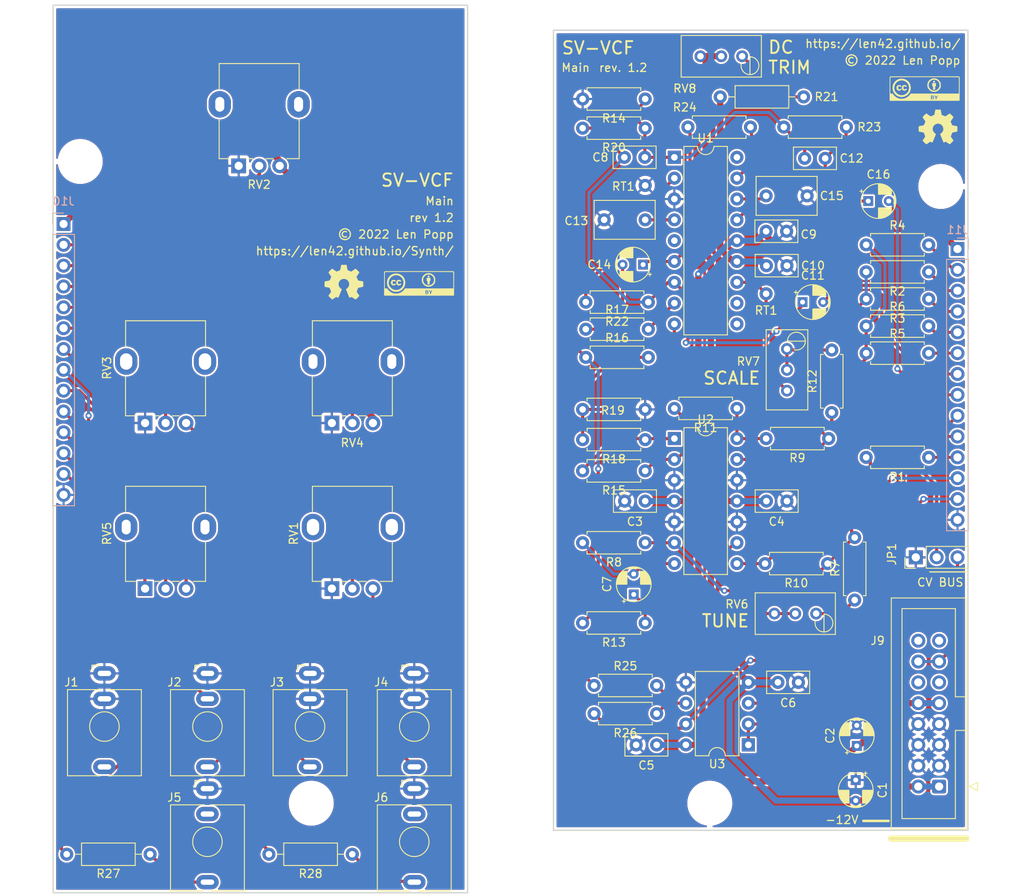
<source format=kicad_pcb>
(kicad_pcb (version 20211014) (generator pcbnew)
  (title_block (title "Eurorack State-Variable Filter") (date "2022-11-23") (rev "1.2") (company "Len Popp") (comment 1 "Copyright © 2022 Len Popp CC BY") (comment 2 "Board settings comply with requirements of OSH Park https://oshpark.com/") (comment 3 "CEM3320 state-variable VCF module - Eurorack 10HP"))
  (layers (0 "F.Cu" signal) (31 "B.Cu" signal) (36 "B.SilkS" user "B.Silkscreen") (37 "F.SilkS" user "F.Silkscreen") (38 "B.Mask" user) (39 "F.Mask" user) (44 "Edge.Cuts" user))
  (net 0 "")
  (net 1 "+12V")
  (net 2 "GND")
  (net 3 "-12V")
  (net 4 "Net-(C7-Pad1)")
  (net 5 "Net-(C7-Pad2)")
  (net 6 "Net-(C11-Pad1)")
  (net 7 "Net-(C12-Pad1)")
  (net 8 "/VEE-U1")
  (net 9 "OUT-HP")
  (net 10 "Net-(C12-Pad2)")
  (net 11 "Net-(C13-Pad1)")
  (net 12 "Net-(C14-Pad1)")
  (net 13 "Net-(C14-Pad2)")
  (net 14 "Net-(C15-Pad1)")
  (net 15 "OUT-LP")
  (net 16 "IN-AUDIO")
  (net 17 "CV-FREQ-1VOCT")
  (net 18 "IN-CV-BUS")
  (net 19 "Net-(J3-PadT)")
  (net 20 "Net-(J4-PadT)")
  (net 22 "OUT-AUDIO-LP-HP")
  (net 24 "OUT-AUDIO-BP")
  (net 25 "Net-(J9-Pad13)")
  (net 28 "CV-FREQ-POT")
  (net 29 "CV-FREQ-MOD")
  (net 30 "CV-RES-POT")
  (net 31 "CV-RES-MOD")
  (net 32 "OUT-LP-HP")
  (net 33 "Net-(R1-Pad2)")
  (net 34 "Net-(R2-Pad2)")
  (net 35 "Net-(R10-Pad1)")
  (net 36 "Net-(R7-Pad1)")
  (net 37 "Net-(R11-Pad1)")
  (net 38 "Net-(R10-Pad2)")
  (net 39 "Net-(R11-Pad2)")
  (net 40 "Net-(R12-Pad2)")
  (net 41 "Net-(R15-Pad2)")
  (net 42 "Net-(R17-Pad2)")
  (net 43 "Net-(R18-Pad2)")
  (net 44 "Net-(R21-Pad2)")
  (net 45 "Net-(R22-Pad2)")
  (net 46 "Net-(R24-Pad2)")
  (net 47 "Net-(R25-Pad2)")
  (net 54 "Net-(J5-PadT)")
  (net 55 "Net-(J6-PadT)")
  (net 56 "Net-(H12-Pad1)")
  (footprint "-lmp-misc:CP_Radial_D4.0mm_P2.50mm" (layer "F.Cu") (at 198.247 125.857 90)
    (fp_text reference "C2")
    (fp_text value "10U")
  )
  (footprint "-lmp-misc:CP_Radial_D4.0mm_P2.50mm" (layer "F.Cu") (at 198.12 130.0158 -90)
    (fp_text reference "C1")
    (fp_text value "10U")
  )
  (footprint "-lmp-synth:Jack_3.5mm_QingPu_WQP-PJ398SM_Vertical" (layer "F.Cu") (at 106.58 117.0178)
    (fp_text reference "J1")
    (fp_text value "WQP-PJ398")
  )
  (footprint "-lmp-synth:Potentiometer_Alpha_RD901F-40-00D_Single_Vertical" (layer "F.Cu") (at 122.936 55.144 90)
    (fp_text reference "RV2")
    (fp_text value "100K")
  )
  (footprint "-lmp-synth:Potentiometer_Alpha_RD901F-40-00D_Single_Vertical" (layer "F.Cu") (at 134.29 86.497 90)
    (fp_text reference "RV4")
    (fp_text value "100K")
  )
  (footprint "-lmp-synth:Potentiometer_SongHuei_Single_Vertical" (layer "F.Cu") (at 111.53225 86.497 90)
    (fp_text reference "RV3")
    (fp_text value "100K")
  )
  (footprint "-lmp-synth:Potentiometer_SongHuei_Single_Vertical" (layer "F.Cu") (at 134.29 106.68 90)
    (fp_text reference "RV1")
    (fp_text value "100K")
  )
  (footprint "-lmp-misc:Logo_CC_BY" (layer "F.Cu") (at 206.502 45.72)
    (fp_text reference "G2" hide)
    (fp_text value "Logo_CC_BY" hide)
  )
  (footprint "-lmp-synth:IDC-Header-Eurorack-16-TH" (layer "F.Cu") (at 208.28 130.81 180)
    (fp_text reference "J9")
    (fp_text value "Conn_Eurorack_16")
  )
  (footprint "-lmp-misc:PinHeader_1x03_P2.54mm_Vertical" (layer "F.Cu") (at 205.440001 102.87 90)
    (fp_text reference "JP1")
    (fp_text value "CV-BUS")
  )
  (footprint "-lmp-synth:Jack_3.5mm_QingPu_WQP-PJ398SM_Vertical" (layer "F.Cu") (at 119.13 117.0178)
    (fp_text reference "J2")
    (fp_text value "WQP-PJ398")
  )
  (footprint "-lmp-misc:Logo_OSHW" (layer "F.Cu") (at 208.153 50.419)
    (fp_text reference "G4" hide)
    (fp_text value "Logo_OSHW" hide)
  )
  (footprint "-lmp-synth:Jack_3.5mm_QingPu_WQP-PJ398SM_Vertical" (layer "F.Cu") (at 131.63 117.0178)
    (fp_text reference "J3")
    (fp_text value "WQP-PJ398")
  )
  (footprint "-lmp-synth:Jack_3.5mm_QingPu_WQP-PJ398SM_Vertical" (layer "F.Cu") (at 144.33 117.0178)
    (fp_text reference "J4")
    (fp_text value "WQP-PJ398")
  )
  (footprint "-lmp-misc:C_Disc_D5.0mm_W2.5mm_P2.50mm" (layer "F.Cu") (at 189.738 96.012 180)
    (fp_text reference "C4")
    (fp_text value "100N")
  )
  (footprint "-lmp-misc:C_Disc_D5.0mm_W2.5mm_P2.50mm" (layer "F.Cu") (at 191.135 118.11 180)
    (fp_text reference "C6")
    (fp_text value "100N")
  )
  (footprint "-lmp-misc:R_Axial_DIN0207_L6.3mm_D2.5mm_P7.62mm_Horizontal" (layer "F.Cu") (at 172.466 88.519 180)
    (fp_text reference "R18")
    (fp_text value "100K")
  )
  (footprint "-lmp-misc:C_Disc_D5.0mm_W2.5mm_P2.50mm" (layer "F.Cu") (at 191.897 54.229)
    (fp_text reference "C12")
    (fp_text value "18P")
  )
  (footprint "-lmp-holes:MountingHole_PCB_3.2mm_M3" (layer "F.Cu") (at 208.488 57.658)
    (fp_text reference "H4" hide)
    (fp_text value "MountingHole_M3")
  )
  (footprint "-lmp-misc:C_Disc_D5.0mm_W2.5mm_P2.50mm" (layer "F.Cu") (at 172.466 96.012 180)
    (fp_text reference "C3")
    (fp_text value "100N")
  )
  (footprint "-lmp-misc:CP_Radial_D4.0mm_P2.50mm" (layer "F.Cu") (at 172.212 67.183 180)
    (fp_text reference "C14")
    (fp_text value "4U7")
  )
  (footprint "-lmp-misc:R_Axial_DIN0207_L6.3mm_D2.5mm_P7.62mm_Horizontal" (layer "F.Cu") (at 199.39 64.77)
    (fp_text reference "R4")
    (fp_text value "120K")
  )
  (footprint "-lmp-misc:R_Axial_DIN0207_L6.3mm_D2.5mm_P7.62mm_Horizontal" (layer "F.Cu") (at 177.673 50.419)
    (fp_text reference "R24")
    (fp_text value "100K")
  )
  (footprint "Package_DIP:DIP-14_W7.62mm" (layer "F.Cu") (at 176.022 88.392)
    (fp_text reference "U2")
    (fp_text value "TL074")
  )
  (footprint "-lmp-misc:R_Axial_DIN0207_L6.3mm_D2.5mm_P10.16mm_Horizontal" (layer "F.Cu") (at 181.61 46.736)
    (fp_text reference "R21")
    (fp_text value "680R")
  )
  (footprint "-lmp-holes:WireHole_D0.8mm_OD1.6mm" (layer "F.Cu") (at 172.466 57.531)
    (fp_text reference "H13" hide)
    (fp_text value "WireHole_PTH")
  )
  (footprint "-lmp-misc:R_Axial_DIN0207_L6.3mm_D2.5mm_P7.62mm_Horizontal" (layer "F.Cu") (at 207.01 68.072 180)
    (fp_text reference "R2")
    (fp_text value "240K")
  )
  (footprint "-lmp-misc:C_Disc_D5.0mm_W2.5mm_P2.50mm" (layer "F.Cu") (at 173.863 125.73 180)
    (fp_text reference "C5")
    (fp_text value "100N")
  )
  (footprint "-lmp-misc:R_Axial_DIN0207_L6.3mm_D2.5mm_P7.62mm_Horizontal" (layer "F.Cu") (at 195.199 85.217 90)
    (fp_text reference "R12")
    (fp_text value "49K9")
  )
  (footprint "-lmp-misc:R_Axial_DIN0207_L6.3mm_D2.5mm_P7.62mm_Horizontal" (layer "F.Cu") (at 199.39 74.676)
    (fp_text reference "R6")
    (fp_text value "100K")
  )
  (footprint "-lmp-misc:R_Axial_DIN0207_L6.3mm_D2.5mm_P7.62mm_Horizontal" (layer "F.Cu") (at 165.227 75.057)
    (fp_text reference "R17")
    (fp_text value "220K")
  )
  (footprint "-lmp-synth:Potentiometer_Bourns_3296W_Vertical" (layer "F.Cu") (at 189.738 77.47 90)
    (fp_text reference "RV7")
    (fp_text value "10K")
  )
  (footprint "-lmp-misc:R_Axial_DIN0207_L6.3mm_D2.5mm_P7.62mm_Horizontal" (layer "F.Cu") (at 173.863 121.92 180)
    (fp_text reference "R26")
    (fp_text value "100K")
  )
  (footprint "-lmp-misc:CP_Radial_D4.0mm_P2.50mm" (layer "F.Cu") (at 199.644 59.436)
    (fp_text reference "C16")
    (fp_text value "4U7")
  )
  (footprint "-lmp-misc:C_Disc_D5.0mm_W2.5mm_P2.50mm" (layer "F.Cu") (at 189.738 67.31 180)
    (fp_text reference "C10")
    (fp_text value "100N")
  )
  (footprint "-lmp-misc:R_Axial_DIN0207_L6.3mm_D2.5mm_P7.62mm_Horizontal" (layer "F.Cu") (at 165.227 78.486)
    (fp_text reference "R16")
    (fp_text value "240K")
  )
  (footprint "Package_DIP:DIP-18_W7.62mm" (layer "F.Cu") (at 176.022 54.102)
    (fp_text reference "U1")
    (fp_text value "CEM3320")
  )
  (footprint "-lmp-misc:R_Axial_DIN0207_L6.3mm_D2.5mm_P7.62mm_Horizontal" (layer "F.Cu") (at 197.993 108.077 90)
    (fp_text reference "R7")
    (fp_text value "130K")
  )
  (footprint "-lmp-misc:R_Axial_DIN0207_L6.3mm_D2.5mm_P7.62mm_Horizontal" (layer "F.Cu") (at 172.847 71.755 180)
    (fp_text reference "R22")
    (fp_text value "100K")
  )
  (footprint "-lmp-misc:R_Axial_DIN0207_L6.3mm_D2.5mm_P7.62mm_Horizontal" (layer "F.Cu") (at 194.818 88.392 180)
    (fp_text reference "R9")
    (fp_text value "100K")
  )
  (footprint "-lmp-misc:C_Rect_L7.2mm_W4.5mm_P5.00mm" (layer "F.Cu") (at 172.466 61.722 180)
    (fp_text reference "C13")
    (fp_text value "150P")
  )
  (footprint "-lmp-misc:R_Axial_DIN0207_L6.3mm_D2.5mm_P7.62mm_Horizontal" (layer "F.Cu") (at 172.466 110.871 180)
    (fp_text reference "R13")
    (fp_text value "91K")
  )
  (footprint "-lmp-misc:R_Axial_DIN0207_L6.3mm_D2.5mm_P7.62mm_Horizontal" (layer "F.Cu") (at 164.846 84.836)
    (fp_text reference "R19")
    (fp_text value "2M61")
  )
  (footprint "-lmp-synth:Jack_3.5mm_QingPu_WQP-PJ398SM_Vertical" (layer "F.Cu") (at 119.13 131.064)
    (fp_text reference "J5")
    (fp_text value "WQP-PJ398")
  )
  (footprint "-lmp-misc:R_Axial_DIN0207_L6.3mm_D2.5mm_P10.16mm_Horizontal" (layer "F.Cu") (at 112.141 139.065 180)
    (fp_text reference "R27")
    (fp_text value "1K")
  )
  (footprint "-lmp-misc:R_Axial_DIN0207_L6.3mm_D2.5mm_P7.62mm_Horizontal" (layer "F.Cu") (at 194.691 103.632 180)
    (fp_text reference "R10")
    (fp_text value "100K")
  )
  (footprint "Package_DIP:DIP-8_W7.62mm" (layer "F.Cu") (at 185.039 125.73 180)
    (fp_text reference "U3")
    (fp_text value "TL072")
  )
  (footprint "-lmp-misc:C_Rect_L7.2mm_W4.5mm_P5.00mm" (layer "F.Cu") (at 187.198 58.801)
    (fp_text reference "C15")
    (fp_text value "150P")
  )
  (footprint "-lmp-misc:R_Axial_DIN0207_L6.3mm_D2.5mm_P7.62mm_Horizontal" (layer "F.Cu") (at 172.466 46.99 180)
    (fp_text reference "R14")
    (fp_text value "200K")
  )
  (footprint "-lmp-misc:Logo_OSHW" (layer "F.Cu") (at 135.763 69.342)
    (fp_text reference "G3" hide)
    (fp_text value "Logo_OSHW" hide)
  )
  (footprint "-lmp-misc:CP_Radial_D4.0mm_P2.50mm" (layer "F.Cu") (at 191.643 71.755)
    (fp_text reference "C11")
    (fp_text value "4U7")
  )
  (footprint "-lmp-misc:C_Disc_D5.0mm_W2.5mm_P2.50mm" (layer "F.Cu") (at 172.426 54.102 180)
    (fp_text reference "C8")
    (fp_text value "10P")
  )
  (footprint "-lmp-misc:CP_Radial_D4.0mm_P2.50mm" (layer "F.Cu") (at 171.069 107.3946 90)
    (fp_text reference "C7")
    (fp_text value "4U7")
  )
  (footprint "-lmp-misc:Logo_CC_BY" (layer "F.Cu") (at 144.907 69.469)
    (fp_text reference "G1" hide)
    (fp_text value "Logo_CC_BY" hide)
  )
  (footprint "-lmp-misc:R_Axial_DIN0207_L6.3mm_D2.5mm_P7.62mm_Horizontal" (layer "F.Cu") (at 189.357 50.419)
    (fp_text reference "R23")
    (fp_text value "91K")
  )
  (footprint "-lmp-misc:R_Axial_DIN0207_L6.3mm_D2.5mm_P10.16mm_Horizontal" (layer "F.Cu") (at 136.779 139.065 180)
    (fp_text reference "R28")
    (fp_text value "1K")
  )
  (footprint "-lmp-holes:WireHole_D0.8mm_OD1.6mm" (layer "F.Cu") (at 187.198 70.739)
    (fp_text reference "H12" hide)
    (fp_text value "WireHole_PTH")
  )
  (footprint "-lmp-synth:Potentiometer_Bourns_3296W_Vertical" (layer "F.Cu") (at 193.294 109.728)
    (fp_text reference "RV6")
    (fp_text value "25K")
  )
  (footprint "-lmp-synth:Potentiometer_Alpha_RD901F-40-00D_Single_Vertical" (layer "F.Cu") (at 111.53225 106.68 90)
    (fp_text reference "RV5")
    (fp_text value "100K")
  )
  (footprint "-lmp-holes:MountingHole_PCB_3.2mm_M3" (layer "F.Cu") (at 180.34 132.842)
    (fp_text reference "H3" hide)
    (fp_text value "MountingHole_M3")
  )
  (footprint "-lmp-synth:Jack_3.5mm_QingPu_WQP-PJ398SM_Vertical" (layer "F.Cu") (at 144.33 131.064)
    (fp_text reference "J6")
    (fp_text value "WQP-PJ398")
  )
  (footprint "-lmp-holes:MountingHole_PCB_3.2mm_M3" (layer "F.Cu") (at 131.78 132.842)
    (fp_text reference "H2" hide)
    (fp_text value "MountingHole_M3")
  )
  (footprint "-lmp-misc:R_Axial_DIN0207_L6.3mm_D2.5mm_P7.62mm_Horizontal" (layer "F.Cu") (at 183.642 84.709 180)
    (fp_text reference "R11")
    (fp_text value "100K")
  )
  (footprint "-lmp-synth:Potentiometer_Bourns_3296W_Vertical" (layer "F.Cu") (at 184.277 41.783)
    (fp_text reference "RV8")
    (fp_text value "2K")
  )
  (footprint "-lmp-misc:R_Axial_DIN0207_L6.3mm_D2.5mm_P7.62mm_Horizontal" (layer "F.Cu") (at 207.01 90.678 180)
    (fp_text reference "R1")
    (fp_text value "100K")
  )
  (footprint "-lmp-misc:R_Axial_DIN0207_L6.3mm_D2.5mm_P7.62mm_Horizontal" (layer "F.Cu") (at 166.243 118.491)
    (fp_text reference "R25")
    (fp_text value "100K")
  )
  (footprint "-lmp-misc:C_Disc_D5.0mm_W2.5mm_P2.50mm" (layer "F.Cu") (at 187.198 63.119)
    (fp_text reference "C9")
    (fp_text value "100N")
  )
  (footprint "-lmp-misc:R_Axial_DIN0207_L6.3mm_D2.5mm_P7.62mm_Horizontal" (layer "F.Cu") (at 172.466 50.546 180)
    (fp_text reference "R20")
    (fp_text value "100K")
  )
  (footprint "-lmp-misc:R_Axial_DIN0207_L6.3mm_D2.5mm_P7.62mm_Horizontal" (layer "F.Cu") (at 207.01 71.374 180)
    (fp_text reference "R3")
    (fp_text value "200K")
  )
  (footprint "-lmp-misc:R_Axial_DIN0207_L6.3mm_D2.5mm_P7.62mm_Horizontal" (layer "F.Cu") (at 172.466 92.329 180)
    (fp_text reference "R15")
    (fp_text value "100K")
  )
  (footprint "-lmp-misc:R_Axial_DIN0207_L6.3mm_D2.5mm_P7.62mm_Horizontal" (layer "F.Cu") (at 172.466 101.092 180)
    (fp_text reference "R8")
    (fp_text value "100K")
  )
  (footprint "-lmp-misc:R_Axial_DIN0207_L6.3mm_D2.5mm_P7.62mm_Horizontal" (layer "F.Cu") (at 199.39 77.978)
    (fp_text reference "R5")
    (fp_text value "100K")
  )
  (footprint "-lmp-holes:MountingHole_PCB_3.2mm_M3" (layer "F.Cu") (at 103.632 54.61)
    (fp_text reference "H1" hide)
    (fp_text value "MountingHole_M3")
  )
  (footprint "Connector_PinSocket_2.54mm:PinSocket_1x14_P2.54mm_Vertical" (layer "B.Cu") (at 101.6 62.23 180)
    (fp_text reference "J10")
    (fp_text value "Conn_Front_Left_Top")
  )
  (footprint "Connector_PinHeader_2.54mm:PinHeader_1x14_P2.54mm_Vertical" (layer "B.Cu") (at 210.52 65.278 180)
    (fp_text reference "J11")
    (fp_text value "Conn_Back_Right_Top")
  )
  (gr_line (start 211.582 104.648) (end 207.137 104.648) (layer "F.SilkS") (width 0.1524))
  (gr_line (start 202.123396 135.001) (end 199.049996 135.001) (layer "F.SilkS") (width 0.3048))
  (gr_line (start 161.29 136.144) (end 161.29 38.608) (layer "Edge.Cuts") (width 0.1524))
  (gr_line (start 161.29 38.608) (end 211.79 38.608) (layer "Edge.Cuts") (width 0.1524))
  (gr_line (start 150.83 35.56) (end 150.83 143.764) (layer "Edge.Cuts") (width 0.1524))
  (gr_line (start 150.83 143.764) (end 100.33 143.764) (layer "Edge.Cuts") (width 0.1524))
  (gr_line (start 100.33 35.56) (end 150.83 35.56) (layer "Edge.Cuts") (width 0.1524))
  (gr_line (start 211.79 136.144) (end 161.29 136.144) (layer "Edge.Cuts") (width 0.1524))
  (gr_line (start 211.79 38.608) (end 211.79 136.144) (layer "Edge.Cuts") (width 0.1524))
  (gr_line (start 100.33 143.764) (end 100.33 35.56) (layer "Edge.Cuts") (width 0.1524))
  (gr_text "© 2022 Len Popp" (at 210.947 42.291) (layer "F.SilkS") (effects (font (size 1 1)) (justify right)))
  (gr_text "-12V" (at 198.541996 134.874) (layer "F.SilkS") (effects (font (size 1 1)) (justify right)))
  (gr_text "SV-VCF" (at 162.179 40.767) (layer "F.SilkS") (effects (font (size 1.524 1.524) (thickness 0.2286)) (justify left)))
  (gr_text "https://len42.github.io/Synth/" (at 149.225 65.532) (layer "F.SilkS") (effects (font (size 1.016 1.016) (thickness 0.1524)) (justify right)))
  (gr_text "https://len42.github.io/" (at 210.947 40.259) (layer "F.SilkS") (effects (font (size 1.016 1.016) (thickness 0.1524)) (justify right)))
  (gr_text "rev ${REVISION}" (at 149.225 61.468) (layer "F.SilkS") (effects (font (size 1 1)) (justify right)))
  (gr_text "CV BUS" (at 211.328 105.918) (layer "F.SilkS") (effects (font (size 1 1)) (justify right)))
  (gr_text "© 2022 Len Popp" (at 149.225 63.5) (layer "F.SilkS") (effects (font (size 1 1)) (justify right)))
  (gr_text "rev. ${REVISION}" (at 166.751 43.18) (layer "F.SilkS") (effects (font (size 1 1)) (justify left)))
  (gr_text "SV-VCF" (at 149.225 56.896) (layer "F.SilkS") (effects (font (size 1.524 1.524) (thickness 0.2286)) (justify right)))
  (gr_text "Main" (at 149.225 59.436) (layer "F.SilkS") (effects (font (size 1 1)) (justify right)))
  (gr_text "RT1" (at 169.799 57.658) (layer "F.SilkS") (effects (font (size 1.016 1.016) (thickness 0.1524))))
  (gr_text "SCALE" (at 183.007 81.026) (layer "F.SilkS") (effects (font (size 1.524 1.524) (thickness 0.2286))))
  (gr_text "RT1" (at 187.198 72.771) (layer "F.SilkS") (effects (font (size 1.016 1.016) (thickness 0.1524))))
  (gr_text "DC\nTRIM" (at 187.325 41.91) (layer "F.SilkS") (effects (font (size 1.524 1.524) (thickness 0.2286)) (justify left)))
  (gr_text "Main" (at 162.179 43.18) (layer "F.SilkS") (effects (font (size 1 1)) (justify left)))
  (gr_text "TUNE" (at 182.245 110.617) (layer "F.SilkS") (effects (font (size 1.524 1.524) (thickness 0.2286))))
  (segment (start 198.247 125.857) (end 198.501 125.857) (width 0.762) (layer "F.Cu") (net 1))
  (segment (start 187.198 63.119) (end 187.198 63.627) (width 0.762) (layer "F.Cu") (net 1))
  (segment (start 193.929 130.175) (end 191.389 130.175) (width 0.762) (layer "F.Cu") (net 1))
  (segment (start 183.896 130.175) (end 187.325 130.175) (width 0.762) (layer "F.Cu") (net 1))
  (segment (start 176.022 96.012) (end 178.943 96.012) (width 0.762) (layer "F.Cu") (net 1))
  (segment (start 127.936 55.144) (end 127.936 54.53) (width 0.762) (layer "F.Cu") (net 1))
  (segment (start 187.325 130.175) (end 191.389 130.175) (width 0.762) (layer "F.Cu") (net 1))
  (segment (start 138.43 65.638) (end 138.43 84.963) (width 0.762) (layer "F.Cu") (net 1))
  (segment (start 198.247 125.857) (end 193.929 130.175) (width 0.762) (layer "F.Cu") (net 1))
  (segment (start 208.107 62.865) (end 210.52 65.278) (width 0.762) (layer "F.Cu") (net 1))
  (segment (start 127.936 54.53) (end 126.238 52.832) (width 0.762) (layer "F.Cu") (net 1))
  (segment (start 110.998 52.832) (end 101.6 62.23) (width 0.762) (layer "F.Cu") (net 1))
  (segment (start 177.419 125.73) (end 179.451 125.73) (width 0.762) (layer "F.Cu") (net 1))
  (segment (start 126.238 52.832) (end 110.998 52.832) (width 0.762) (layer "F.Cu") (net 1))
  (segment (start 139.29 85.823) (end 139.29 86.497) (width 0.762) (layer "F.Cu") (net 1))
  (segment (start 138.43 84.963) (end 139.29 85.823) (width 0.762) (layer "F.Cu") (net 1))
  (segment (start 127.936 55.144) (end 138.43 65.638) (width 0.762) (layer "F.Cu") (net 1))
  (segment (start 179.451 125.73) (end 183.896 130.175) (width 0.762) (layer "F.Cu") (net 1))
  (segment (start 187.198 63.627) (end 188.722 65.151) (width 0.762) (layer "F.Cu") (net 1))
  (segment (start 179.451 116.84) (end 179.451 125.603) (width 0.762) (layer "F.Cu") (net 1))
  (segment (start 194.564 62.865) (end 208.107 62.865) (width 0.762) (layer "F.Cu") (net 1))
  (segment (start 198.501 125.857) (end 203.708 120.65) (width 0.762) (layer "F.Cu") (net 1))
  (segment (start 179.451 116.84) (end 178.943 116.332) (width 0.762) (layer "F.Cu") (net 1))
  (segment (start 188.722 65.151) (end 192.278 65.151) (width 0.762) (layer "F.Cu") (net 1))
  (segment (start 203.708 120.65) (end 205.74 120.65) (width 0.762) (layer "F.Cu") (net 1))
  (segment (start 192.278 65.151) (end 194.564 62.865) (width 0.762) (layer "F.Cu") (net 1))
  (segment (start 178.943 68.326) (end 178.943 116.459) (width 0.762) (layer "F.Cu") (net 1))
  (via (at 178.943 68.326) (size 0.762) (drill 0.381) (layers "F.Cu" "B.Cu") (net 1))
  (segment (start 208.28 120.65) (end 205.74 120.65) (width 0.762) (layer "B.Cu") (net 1))
  (segment (start 183.642 64.262) (end 186.055 64.262) (width 0.762) (layer "B.Cu") (net 1))
  (segment (start 183.007 64.262) (end 183.642 64.262) (width 0.762) (layer "B.Cu") (net 1))
  (segment (start 177.419 125.73) (end 173.863 125.73) (width 0.762) (layer "B.Cu") (net 1))
  (segment (start 176.022 96.012) (end 172.466 96.012) (width 0.762) (layer "B.Cu") (net 1))
  (segment (start 178.943 68.326) (end 183.007 64.262) (width 0.762) (layer "B.Cu") (net 1))
  (segment (start 186.055 64.262) (end 187.198 63.119) (width 0.762) (layer "B.Cu") (net 1))
  (segment (start 179.832 65.913) (end 179.832 41.91) (width 0.762) (layer "F.Cu") (net 3))
  (segment (start 180.467 113.538) (end 185.039 118.11) (width 0.762) (layer "F.Cu") (net 3))
  (segment (start 181.737 41.783) (end 179.959 41.783) (width 0.762) (layer "F.Cu") (net 3))
  (segment (start 179.959 41.783) (end 179.197 41.783) (width 0.762) (layer "F.Cu") (net 3))
  (segment (start 198.12 132.5158) (end 199.2082 132.5158) (width 0.762) (layer "F.Cu") (net 3))
  (segment (start 180.467 106.553) (end 180.467 113.538) (width 0.762) (layer "F.Cu") (net 3))
  (segment (start 183.642 96.012) (end 180.975 96.012) (width 0.762) (layer "F.Cu") (net 3))
  (segment (start 179.832 41.91) (end 179.959 41.783) (width 0.762) (layer "F.Cu") (net 3))
  (segment (start 205.74 130.81) (end 200.914 130.81) (width 0.762) (layer "F.Cu") (net 3))
  (segment (start 180.467 66.548) (end 179.832 65.913) (width 0.762) (layer "F.Cu") (net 3))
  (segment (start 199.2082 132.5158) (end 200.914 130.81) (width 0.762) (layer "F.Cu") (net 3))
  (segment (start 180.594 109.728) (end 180.467 109.601) (width 0.762) (layer "F.Cu") (net 3))
  (segment (start 190.754 109.728) (end 180.594 109.728) (width 0.381) (layer "F.Cu") (net 3))
  (segment (start 180.467 93.853) (end 180.467 109.601) (width 0.762) (layer "F.Cu") (net 3))
  (segment (start 180.467 93.853) (end 180.467 66.548) (width 0.762) (layer "F.Cu") (net 3))
  (segment (start 187.238 96.012) (end 183.642 96.012) (width 0.762) (layer "B.Cu") (net 3))
  (segment (start 184.9755 118.11) (end 182.753 120.3325) (width 0.762) (layer "B.Cu") (net 3))
  (segment (start 208.28 130.81) (end 205.74 130.81) (width 0.762) (layer "B.Cu") (net 3))
  (segment (start 185.039 118.11) (end 188.635 118.11) (width 0.762) (layer "B.Cu") (net 3))
  (segment (start 182.753 120.3325) (end 182.753 126.873) (width 0.762) (layer "B.Cu") (net 3))
  (segment (start 182.753 126.873) (end 188.3958 132.5158) (width 0.762) (layer "B.Cu") (net 3))
  (segment (start 188.3958 132.5158) (end 198.12 132.5158) (width 0.762) (layer "B.Cu") (net 3))
  (segment (start 185.039 118.11) (end 184.9755 118.11) (width 0.762) (layer "B.Cu") (net 3))
  (segment (start 172.466 110.871) (end 172.466 108.7916) (width 0.381) (layer "F.Cu") (net 4))
  (segment (start 172.466 108.7916) (end 171.069 107.3946) (width 0.381) (layer "F.Cu") (net 4))
  (segment (start 176.022 103.632) (end 172.3316 103.632) (width 0.381) (layer "F.Cu") (net 5))
  (segment (start 172.3316 103.632) (end 171.069 104.8946) (width 0.381) (layer "F.Cu") (net 5))
  (segment (start 168.6486 104.8946) (end 164.846 101.092) (width 0.381) (layer "B.Cu") (net 5))
  (segment (start 171.069 104.8946) (end 168.6486 104.8946) (width 0.381) (layer "B.Cu") (net 5))
  (segment (start 177.673 70.993) (end 176.022 69.342) (width 0.381) (layer "F.Cu") (net 6))
  (segment (start 177.419 76.708) (end 177.673 76.454) (width 0.381) (layer "F.Cu") (net 6))
  (segment (start 191.643 72.136) (end 191.643 71.755) (width 0.381) (layer "F.Cu") (net 6))
  (segment (start 188.468 75.311) (end 191.643 72.136) (width 0.381) (layer "F.Cu") (net 6))
  (segment (start 164.846 50.546) (end 166.37 50.546) (width 0.381) (layer "F.Cu") (net 6))
  (segment (start 166.37 50.546) (end 169.926 54.102) (width 0.381) (layer "F.Cu") (net 6))
  (segment (start 172.847 71.755) (end 175.26 69.342) (width 0.381) (layer "F.Cu") (net 6))
  (segment (start 175.26 69.342) (end 176.022 69.342) (width 0.381) (layer "F.Cu") (net 6))
  (segment (start 177.673 76.454) (end 177.673 70.993) (width 0.381) (layer "F.Cu") (net 6))
  (via (at 188.468 75.311) (size 0.762) (drill 0.381) (layers "F.Cu" "B.Cu") (net 6))
  (via (at 177.419 76.708) (size 0.762) (drill 0.381) (layers "F.Cu" "B.Cu") (net 6))
  (segment (start 177.419 76.708) (end 187.071 76.708) (width 0.381) (layer "B.Cu") (net 6))
  (segment (start 165.608 66.802) (end 165.608 58.42) (width 0.381) (layer "B.Cu") (net 6))
  (segment (start 170.561 71.755) (end 165.608 66.802) (width 0.381) (layer "B.Cu") (net 6))
  (segment (start 187.071 76.708) (end 188.468 75.311) (width 0.381) (layer "B.Cu") (net 6))
  (segment (start 165.608 58.42) (end 169.926 54.102) (width 0.381) (layer "B.Cu") (net 6))
  (segment (start 172.847 71.755) (end 170.561 71.755) (width 0.381) (layer "B.Cu") (net 6))
  (segment (start 170.815 48.895) (end 172.466 47.244) (width 0.381) (layer "F.Cu") (net 7))
  (segment (start 172.426 54.102) (end 172.426 50.586) (width 0.381) (layer "F.Cu") (net 7))
  (segment (start 191.897 54.229) (end 191.897 52.959) (width 0.381) (layer "F.Cu") (net 7))
  (segment (start 164.084 48.895) (end 170.815 48.895) (width 0.381) (layer "F.Cu") (net 7))
  (segment (start 165.227 78.486) (end 162.433 75.692) (width 0.381) (layer "F.Cu") (net 7))
  (segment (start 164.846 110.871) (end 166.751 108.966) (width 0.381) (layer "F.Cu") (net 7))
  (segment (start 162.433 75.692) (end 162.433 50.546) (width 0.381) (layer "F.Cu") (net 7))
  (segment (start 162.433 50.546) (end 164.084 48.895) (width 0.381) (layer "F.Cu") (net 7))
  (segment (start 191.897 52.959) (end 189.357 50.419) (width 0.381) (layer "F.Cu") (net 7))
  (segment (start 166.751 108.966) (end 166.751 101.092) (width 0.381) (layer "F.Cu") (net 7))
  (segment (start 176.022 54.102) (end 172.426 54.102) (width 0.381) (layer "F.Cu") (net 7))
  (segment (start 170.815 48.895) (end 172.466 50.546) (width 0.381) (layer "F.Cu") (net 7))
  (segment (start 172.466 47.244) (end 172.466 46.99) (width 0.381) (layer "F.Cu") (net 7))
  (segment (start 172.426 50.586) (end 172.466 50.546) (width 0.381) (layer "F.Cu") (net 7))
  (segment (start 166.751 101.092) (end 166.751 92.075) (width 0.381) (layer "F.Cu") (net 7))
  (via (at 166.751 92.075) (size 0.762) (drill 0.381) (layers "F.Cu" "B.Cu") (net 7))
  (segment (start 187.579 48.641) (end 183.388 48.641) (width 0.381) (layer "B.Cu") (net 7))
  (segment (start 166.751 80.01) (end 165.227 78.486) (width 0.381) (layer "B.Cu") (net 7))
  (segment (start 183.388 48.641) (end 177.927 54.102) (width 0.381) (layer "B.Cu") (net 7))
  (segment (start 177.927 54.102) (end 176.022 54.102) (width 0.381) (layer "B.Cu") (net 7))
  (segment (start 189.357 50.419) (end 187.579 48.641) (width 0.381) (layer "B.Cu") (net 7))
  (segment (start 166.751 92.075) (end 166.751 80.01) (width 0.381) (layer "B.Cu") (net 7))
  (segment (start 183.134 66.802) (end 181.61 65.278) (width 0.762) (layer "F.Cu") (net 8))
  (segment (start 183.642 66.802) (end 183.134 66.802) (width 0.762) (layer "F.Cu") (net 8))
  (segment (start 181.61 65.278) (end 181.61 46.736) (width 0.762) (layer "F.Cu") (net 8))
  (segment (start 187.238 67.31) (end 186.73 66.802) (width 0.762) (layer "B.Cu") (net 8))
  (segment (start 186.73 66.802) (end 183.642 66.802) (width 0.762) (layer "B.Cu") (net 8))
  (segment (start 107.696 83.566) (end 107.696 87.503) (width 0.381) (layer "F.Cu") (net 9))
  (segment (start 107.696 87.503) (end 116.53225 96.33925) (width 0.381) (layer "F.Cu") (net 9))
  (segment (start 201.295 70.866) (end 200.152 69.723) (width 0.381) (layer "F.Cu") (net 9))
  (segment (start 116.53225 96.33925) (end 116.53225 106.68) (width 0.381) (layer "F.Cu") (net 9))
  (segment (start 101.6 77.47) (end 107.696 83.566) (width 0.381) (layer "F.Cu") (net 9))
  (segment (start 206.629 80.518) (end 201.295 75.184) (width 0.381) (layer "F.Cu") (net 9))
  (segment (start 201.295 75.184) (end 201.295 70.866) (width 0.381) (layer "F.Cu") (net 9))
  (segment (start 210.52 80.518) (end 206.629 80.518) (width 0.381) (layer "F.Cu") (net 9))
  (segment (start 196.175 69.723) (end 194.143 71.755) (width 0.381) (layer "F.Cu") (net 9))
  (segment (start 200.152 69.723) (end 196.175 69.723) (width 0.381) (layer "F.Cu") (net 9))
  (segment (start 194.397 54.229) (end 196.937 51.689) (width 0.381) (layer "F.Cu") (net 10))
  (segment (start 193.04 60.706) (end 194.397 59.349) (width 0.381) (layer "F.Cu") (net 10))
  (segment (start 194.397 59.349) (end 194.397 54.229) (width 0.381) (layer "F.Cu") (net 10))
  (segment (start 196.937 51.689) (end 196.937 50.459) (width 0.381) (layer "F.Cu") (net 10))
  (segment (start 183.642 61.722) (end 184.658 60.706) (width 0.381) (layer "F.Cu") (net 10))
  (segment (start 184.658 60.706) (end 193.04 60.706) (width 0.381) (layer "F.Cu") (net 10))
  (segment (start 196.937 50.459) (end 196.977 50.419) (width 0.381) (layer "F.Cu") (net 10))
  (segment (start 199.644 59.436) (end 194.484 59.436) (width 0.381) (layer "F.Cu") (net 10))
  (segment (start 194.484 59.436) (end 194.397 59.349) (width 0.381) (layer "F.Cu") (net 10))
  (segment (start 176.022 61.722) (end 172.466 61.722) (width 0.381) (layer "F.Cu") (net 11))
  (segment (start 177.927 50.673) (end 177.673 50.419) (width 0.381) (layer "F.Cu") (net 12))
  (segment (start 176.022 66.802) (end 177.927 64.897) (width 0.381) (layer "F.Cu") (net 12))
  (segment (start 172.593 66.802) (end 176.022 66.802) (width 0.381) (layer "F.Cu") (net 12))
  (segment (start 177.927 64.897) (end 177.927 50.673) (width 0.381) (layer "F.Cu") (net 12))
  (segment (start 172.212 67.183) (end 172.593 66.802) (width 0.381) (layer "F.Cu") (net 12))
  (segment (start 167.4495 75.057) (end 165.227 75.057) (width 0.381) (layer "F.Cu") (net 13))
  (segment (start 166.243 118.491) (end 162.687 114.935) (width 0.381) (layer "F.Cu") (net 13))
  (segment (start 162.687 84.455) (end 168.656 78.486) (width 0.381) (layer "F.Cu") (net 13))
  (segment (start 169.712 72.7945) (end 167.4495 75.057) (width 0.381) (layer "F.Cu") (net 13))
  (segment (start 170.8785 78.486) (end 167.4495 75.057) (width 0.381) (layer "F.Cu") (net 13))
  (segment (start 162.687 114.935) (end 162.687 84.455) (width 0.381) (layer "F.Cu") (net 13))
  (segment (start 169.712 67.183) (end 169.712 72.7945) (width 0.381) (layer "F.Cu") (net 13))
  (segment (start 168.656 78.486) (end 172.847 78.486) (width 0.381) (layer "F.Cu") (net 13))
  (segment (start 187.198 58.801) (end 186.817 59.182) (width 0.381) (layer "F.Cu") (net 14))
  (segment (start 186.817 59.182) (end 183.642 59.182) (width 0.381) (layer "F.Cu") (net 14))
  (segment (start 206.375 83.058) (end 203.2 79.883) (width 0.381) (layer "F.Cu") (net 15))
  (segment (start 210.52 83.058) (end 206.375 83.058) (width 0.381) (layer "F.Cu") (net 15))
  (segment (start 111.506 94.488) (end 111.506 106.65375) (width 0.381) (layer "F.Cu") (net 15))
  (segment (start 104.648 85.598) (end 104.648 87.63) (width 0.381) (layer "F.Cu") (net 15))
  (segment (start 111.506 106.65375) (end 111.53225 106.68) (width 0.381) (layer "F.Cu") (net 15))
  (segment (start 104.648 87.63) (end 111.506 94.488) (width 0.381) (layer "F.Cu") (net 15))
  (via (at 203.2 79.883) (size 0.762) (drill 0.381) (layers "F.Cu" "B.Cu") (net 15))
  (via (at 104.648 85.598) (size 0.762) (drill 0.381) (layers "F.Cu" "B.Cu") (net 15))
  (segment (start 203.2 79.883) (end 203.2 60.492) (width 0.381) (layer "B.Cu") (net 15))
  (segment (start 104.648 85.598) (end 104.648 83.058) (width 0.381) (layer "B.Cu") (net 15))
  (segment (start 104.648 83.058) (end 101.6 80.01) (width 0.381) (layer "B.Cu") (net 15))
  (segment (start 203.2 60.492) (end 202.144 59.436) (width 0.381) (layer "B.Cu") (net 15))
  (segment (start 110.871 113.919) (end 105.791 108.839) (width 0.381) (layer "F.Cu") (net 16))
  (segment (start 106.58 128.4178) (end 106.58 128.424) (width 0.381) (layer "F.Cu") (net 16))
  (segment (start 105.791 91.821) (end 101.6 87.63) (width 0.381) (layer "F.Cu") (net 16))
  (segment (start 107.315 129.159) (end 110.871 125.603) (width 0.381) (layer "F.Cu") (net 16))
  (segment (start 110.871 125.603) (end 110.871 113.919) (width 0.381) (layer "F.Cu") (net 16))
  (segment (start 105.791 108.839) (end 105.791 91.821) (width 0.381) (layer "F.Cu") (net 16))
  (segment (start 207.01 90.678) (end 210.52 90.678) (width 0.381) (layer "F.Cu") (net 16))
  (segment (start 106.58 128.424) (end 107.315 129.159) (width 0.381) (layer "F.Cu") (net 16))
  (segment (start 109.093 82.677) (end 106.553 80.137) (width 0.381) (layer "F.Cu") (net 17))
  (segment (start 210.52 77.978) (end 207.01 77.978) (width 0.381) (layer "F.Cu") (net 17))
  (segment (start 103.886 74.93) (end 101.6 74.93) (width 0.381) (layer "F.Cu") (net 17))
  (segment (start 110.998 89.281) (end 109.093 87.376) (width 0.381) (layer "F.Cu") (net 17))
  (segment (start 114.681 89.281) (end 110.998 89.281) (width 0.381) (layer "F.Cu") (net 17))
  (segment (start 121.539 96.139) (end 114.681 89.281) (width 0.381) (layer "F.Cu") (net 17))
  (segment (start 119.13 128.4178) (end 119.6132 128.4178) (width 0.381) (layer "F.Cu") (net 17))
  (segment (start 121.539 126.492) (end 121.539 96.139) (width 0.381) (layer "F.Cu") (net 17))
  (segment (start 106.553 77.597) (end 103.886 74.93) (width 0.381) (layer "F.Cu") (net 17))
  (segment (start 119.6132 128.4178) (end 121.539 126.492) (width 0.381) (layer "F.Cu") (net 17))
  (segment (start 109.093 87.376) (end 109.093 82.677) (width 0.381) (layer "F.Cu") (net 17))
  (segment (start 106.553 80.137) (end 106.553 77.597) (width 0.381) (layer "F.Cu") (net 17))
  (segment (start 205.359 89.789) (end 207.01 88.138) (width 0.381) (layer "F.Cu") (net 18))
  (segment (start 205.359 91.567) (end 205.359 89.789) (width 0.381) (layer "F.Cu") (net 18))
  (segment (start 103.378 87.884) (end 106.934 91.44) (width 0.381) (layer "F.Cu") (net 18))
  (segment (start 106.934 91.44) (end 106.934 107.9218) (width 0.381) (layer "F.Cu") (net 18))
  (segment (start 101.6 85.09) (end 103.378 86.868) (width 0.381) (layer "F.Cu") (net 18))
  (segment (start 207.980001 94.188001) (end 205.359 91.567) (width 0.381) (layer "F.Cu") (net 18))
  (segment (start 207.980001 102.87) (end 207.980001 94.188001) (width 0.381) (layer "F.Cu") (net 18))
  (segment (start 106.934 107.9218) (end 119.13 120.1178) (width 0.381) (layer "F.Cu") (net 18))
  (segment (start 207.01 88.138) (end 210.52 88.138) (width 0.381) (layer "F.Cu") (net 18))
  (segment (start 103.378 86.868) (end 103.378 87.884) (width 0.381) (layer "F.Cu") (net 18))
  (segment (start 116.53225 86.497) (end 126.111 96.07575) (width 0.381) (layer "F.Cu") (net 19))
  (segment (start 126.111 96.07575) (end 126.111 122.8988) (width 0.381) (layer "F.Cu") (net 19))
  (segment (start 126.111 122.8988) (end 131.63 128.4178) (width 0.381) (layer "F.Cu") (net 19))
  (segment (start 139.29 106.68) (end 139.29 123.3778) (width 0.381) (layer "F.Cu") (net 20))
  (segment (start 139.29 123.3778) (end 144.33 128.4178) (width 0.381) (layer "F.Cu") (net 20))
  (segment (start 101.346 136.525) (end 101.346 135.382) (width 0.381) (layer "F.Cu") (net 22))
  (segment (start 205.4225 99.3775) (end 203.708 101.092) (width 0.381) (layer "F.Cu") (net 22))
  (segment (start 203.708 101.092) (end 203.708 113.538) (width 0.381) (layer "F.Cu") (net 22))
  (segment (start 101.346 133.477) (end 101.346 136.525) (width 0.381) (layer "F.Cu") (net 22))
  (segment (start 205.4225 96.7105) (end 205.4225 99.3775) (width 0.381) (layer "F.Cu") (net 22))
  (segment (start 101.854 92.71) (end 101.6 92.71) (width 0.381) (layer "F.Cu") (net 22))
  (segment (start 103.505 98.552) (end 103.505 94.361) (width 0.381) (layer "F.Cu") (net 22))
  (segment (start 101.346 135.255) (end 101.346 133.477) (width 0.381) (layer "F.Cu") (net 22))
  (segment (start 101.346 100.711) (end 103.505 98.552) (width 0.381) (layer "F.Cu") (net 22))
  (segment (start 203.708 113.538) (end 194.056 123.19) (width 0.381) (layer "F.Cu") (net 22))
  (segment (start 101.346 136.525) (end 101.346 138.43) (width 0.381) (layer "F.Cu") (net 22))
  (segment (start 185.039 125.73) (end 185.039 123.7996) (width 0.381) (layer "F.Cu") (net 22))
  (segment (start 194.056 123.19) (end 185.039 123.19) (width 0.381) (layer "F.Cu") (net 22))
  (segment (start 101.346 138.43) (end 101.981 139.065) (width 0.381) (layer "F.Cu") (net 22))
  (segment (start 206.375 95.758) (end 205.4225 96.7105) (width 0.381) (layer "F.Cu") (net 22))
  (segment (start 101.346 133.477) (end 101.346 100.711) (width 0.381) (layer "F.Cu") (net 22))
  (segment (start 103.505 94.361) (end 101.854 92.71) (width 0.381) (layer "F.Cu") (net 22))
  (via (at 206.375 95.758) (size 0.762) (drill 0.381) (layers "F.Cu" "B.Cu") (net 22))
  (segment (start 210.52 95.758) (end 206.375 95.758) (width 0.381) (layer "B.Cu") (net 22))
  (segment (start 176.911 123.698) (end 168.021 123.698) (width 0.381) (layer "F.Cu") (net 24))
  (segment (start 107.442 132.715) (end 106.7435 132.0165) (width 0.381) (layer "F.Cu") (net 24))
  (segment (start 120.65 132.715) (end 114.554 132.715) (width 0.381) (layer "F.Cu") (net 24))
  (segment (start 104.648 93.218) (end 101.6 90.17) (width 0.381) (layer "F.Cu") (net 24))
  (segment (start 193.548 115.443) (end 185.293 115.443) (width 0.381) (layer "F.Cu") (net 24))
  (segment (start 168.021 123.698) (end 166.243 121.92) (width 0.381) (layer "F.Cu") (net 24))
  (segment (start 126.619 139.065) (end 126.619 138.684) (width 0.381) (layer "F.Cu") (net 24))
  (segment (start 106.7435 132.0165) (end 103.505 128.778) (width 0.381) (layer "F.Cu") (net 24))
  (segment (start 103.505 128.778) (end 103.505 105.029) (width 0.381) (layer "F.Cu") (net 24))
  (segment (start 201.168 100.33) (end 201.168 107.823) (width 0.381) (layer "F.Cu") (net 24))
  (segment (start 201.168 107.823) (end 193.548 115.443) (width 0.381) (layer "F.Cu") (net 24))
  (segment (start 201.168 94.615) (end 201.168 100.33) (width 0.381) (layer "F.Cu") (net 24))
  (segment (start 103.505 105.029) (end 104.648 103.886) (width 0.381) (layer "F.Cu") (net 24))
  (segment (start 177.419 123.19) (end 176.911 123.698) (width 0.381) (layer "F.Cu") (net 24))
  (segment (start 114.554 132.715) (end 107.442 132.715) (width 0.381) (layer "F.Cu") (net 24))
  (segment (start 104.648 103.886) (end 104.648 93.218) (width 0.381) (layer "F.Cu") (net 24))
  (segment (start 126.619 138.684) (end 120.65 132.715) (width 0.381) (layer "F.Cu") (net 24))
  (segment (start 202.565 93.218) (end 201.168 94.615) (width 0.381) (layer "F.Cu") (net 24))
  (via (at 185.293 115.443) (size 0.762) (drill 0.381) (layers "F.Cu" "B.Cu") (net 24))
  (via (at 202.565 93.218) (size 0.762) (drill 0.381) (layers "F.Cu" "B.Cu") (net 24))
  (segment (start 185.293 115.443) (end 185.166 115.443) (width 0.381) (layer "B.Cu") (net 24))
  (segment (start 209.423 93.218) (end 202.565 93.218) (width 0.381) (layer "B.Cu") (net 24))
  (segment (start 185.166 115.443) (end 177.419 123.19) (width 0.381) (layer "B.Cu") (net 24))
  (segment (start 209.423 93.218) (end 210.52 93.218) (width 0.381) (layer "B.Cu") (net 24))
  (segment (start 210.520001 102.87) (end 210.520001 113.329999) (width 0.381) (layer "F.Cu") (net 25))
  (segment (start 210.520001 113.329999) (end 208.28 115.57) (width 0.381) (layer "F.Cu") (net 25))
  (segment (start 208.28 115.57) (end 205.74 115.57) (width 0.381) (layer "B.Cu") (net 25))
  (segment (start 125.476 56.134) (end 124.587 57.023) (width 0.381) (layer "F.Cu") (net 28))
  (segment (start 116.84 64.77) (end 101.6 64.77) (width 0.381) (layer "F.Cu") (net 28))
  (segment (start 210.058 67.818) (end 207.01 64.77) (width 0.381) (layer "F.Cu") (net 28))
  (segment (start 210.52 67.818) (end 210.058 67.818) (width 0.381) (layer "F.Cu") (net 28))
  (segment (start 124.587 57.023) (end 116.84 64.77) (width 0.381) (layer "F.Cu") (net 28))
  (segment (start 125.476 55.184) (end 125.476 56.134) (width 0.381) (layer "F.Cu") (net 28))
  (segment (start 125.436 55.144) (end 125.476 55.184) (width 0.381) (layer "F.Cu") (net 28))
  (segment (start 114.03225 86.497) (end 114.03225 80.05975) (width 0.381) (layer "F.Cu") (net 29))
  (segment (start 114.03225 80.05975) (end 106.3625 72.39) (width 0.381) (layer "F.Cu") (net 29))
  (segment (start 207.772 75.438) (end 207.01 74.676) (width 0.381) (layer "F.Cu") (net 29))
  (segment (start 106.3625 72.39) (end 101.6 72.39) (width 0.381) (layer "F.Cu") (net 29))
  (segment (start 210.52 75.438) (end 207.772 75.438) (width 0.381) (layer "F.Cu") (net 29))
  (segment (start 134.112 82.677) (end 127.889 82.677) (width 0.381) (layer "F.Cu") (net 30))
  (segment (start 127.889 82.677) (end 112.522 67.31) (width 0.381) (layer "F.Cu") (net 30))
  (segment (start 136.79 85.355) (end 134.112 82.677) (width 0.381) (layer "F.Cu") (net 30))
  (segment (start 209.296 70.358) (end 207.01 68.072) (width 0.381) (layer "F.Cu") (net 30))
  (segment (start 210.52 70.358) (end 209.296 70.358) (width 0.381) (layer "F.Cu") (net 30))
  (segment (start 112.522 67.31) (end 101.6 67.31) (width 0.381) (layer "F.Cu") (net 30))
  (segment (start 136.79 86.497) (end 136.79 85.355) (width 0.381) (layer "F.Cu") (net 30))
  (segment (start 210.52 72.898) (end 208.534 72.898) (width 0.381) (layer "F.Cu") (net 31))
  (segment (start 106.045 69.85) (end 136.79 100.595) (width 0.381) (layer "F.Cu") (net 31))
  (segment (start 136.79 106.68) (end 136.79 105.167) (width 0.381) (layer "F.Cu") (net 31))
  (segment (start 208.534 72.898) (end 207.01 71.374) (width 0.381) (layer "F.Cu") (net 31))
  (segment (start 136.79 100.595) (end 136.79 105.167) (width 0.381) (layer "F.Cu") (net 31))
  (segment (start 101.6 69.85) (end 106.045 69.85) (width 0.381) (layer "F.Cu") (net 31))
  (segment (start 206.629 86.741) (end 209.377 86.741) (width 0.381) (layer "F.Cu") (net 32))
  (segment (start 185.039 120.65) (end 192.659 120.65) (width 0.381) (layer "F.Cu") (net 32))
  (segment (start 209.377 86.741) (end 210.52 85.598) (width 0.381) (layer "F.Cu") (net 32))
  (segment (start 106.172 85.217) (end 106.172 87.503) (width 0.381) (layer "F.Cu") (net 32))
  (segment (start 114.046 106.66625) (end 114.03225 106.68) (width 0.381) (layer "F.Cu") (net 32))
  (segment (start 106.172 87.503) (end 114.046 95.377) (width 0.381) (layer "F.Cu") (net 32))
  (segment (start 114.046 95.377) (end 114.046 106.66625) (width 0.381) (layer "F.Cu") (net 32))
  (segment (start 192.659 120.65) (end 202.438 110.871) (width 0.381) (layer "F.Cu") (net 32))
  (segment (start 101.6 82.55) (end 103.505 82.55) (width 0.381) (layer "F.Cu") (net 32))
  (segment (start 203.962 98.552) (end 203.962 89.535) (width 0.381) (layer "F.Cu") (net 32))
  (segment (start 203.962 89.535) (end 203.8985 89.4715) (width 0.381) (layer "F.Cu") (net 32))
  (segment (start 203.8985 89.4715) (end 206.629 86.741) (width 0.381) (layer "F.Cu") (net 32))
  (segment (start 103.505 82.55) (end 106.172 85.217) (width 0.381) (layer "F.Cu") (net 32))
  (segment (start 202.438 110.871) (end 202.438 100.076) (width 0.381) (layer "F.Cu") (net 32))
  (segment (start 202.438 100.076) (end 203.962 98.552) (width 0.381) (layer "F.Cu") (net 32))
  (segment (start 182.118 106.934) (end 194.564 106.934) (width 0.381) (layer "F.Cu") (net 33))
  (segment (start 176.022 101.092) (end 172.466 101.092) (width 0.381) (layer "F.Cu") (net 33))
  (segment (start 199.898 101.6) (end 199.898 91.186) (width 0.381) (layer "F.Cu") (net 33))
  (segment (start 199.898 91.186) (end 199.39 90.678) (width 0.381) (layer "F.Cu") (net 33))
  (segment (start 194.564 106.934) (end 199.898 101.6) (width 0.381) (layer "F.Cu") (net 33))
  (via (at 182.118 106.934) (size 0.762) (drill 0.381) (layers "F.Cu" "B.Cu") (net 33))
  (segment (start 182.118 106.934) (end 181.864 106.934) (width 0.381) (layer "B.Cu") (net 33))
  (segment (start 181.864 106.934) (end 176.022 101.092) (width 0.381) (layer "B.Cu") (net 33))
  (segment (start 197.231 73.533) (end 199.39 71.374) (width 0.381) (layer "F.Cu") (net 34))
  (segment (start 194.818 88.392) (end 192.278 90.932) (width 0.381) (layer "F.Cu") (net 34))
  (segment (start 192.278 90.932) (end 183.642 90.932) (width 0.381) (layer "F.Cu") (net 34))
  (segment (start 194.818 88.392) (end 193.294 86.868) (width 0.381) (layer "F.Cu") (net 34))
  (segment (start 197.231 79.121) (end 197.231 73.533) (width 0.381) (layer "F.Cu") (net 34))
  (segment (start 193.294 83.058) (end 197.231 79.121) (width 0.381) (layer "F.Cu") (net 34))
  (segment (start 193.294 86.868) (end 193.294 83.058) (width 0.381) (layer "F.Cu") (net 34))
  (segment (start 199.39 68.072) (end 199.39 71.374) (width 0.381) (layer "B.Cu") (net 34))
  (segment (start 197.739 100.711) (end 197.993 100.457) (width 0.381) (layer "F.Cu") (net 35))
  (segment (start 182.88 105.537) (end 181.864 104.521) (width 0.381) (layer "F.Cu") (net 35))
  (segment (start 194.691 103.632) (end 192.786 105.537) (width 0.381) (layer "F.Cu") (net 35))
  (segment (start 181.864 102.616) (end 183.388 101.092) (width 0.381) (layer "F.Cu") (net 35))
  (segment (start 192.786 105.537) (end 182.88 105.537) (width 0.381) (layer "F.Cu") (net 35))
  (segment (start 199.39 77.978) (end 199.39 74.676) (width 0.381) (layer "F.Cu") (net 35))
  (segment (start 197.612 100.711) (end 197.612 80.391) (width 0.381) (layer "F.Cu") (net 35))
  (segment (start 183.388 101.092) (end 183.642 101.092) (width 0.381) (layer "F.Cu") (net 35))
  (segment (start 197.612 80.391) (end 199.39 78.613) (width 0.381) (layer "F.Cu") (net 35))
  (segment (start 194.691 103.632) (end 197.612 100.711) (width 0.381) (layer "F.Cu") (net 35))
  (segment (start 197.612 100.711) (end 197.739 100.711) (width 0.381) (layer "F.Cu") (net 35))
  (segment (start 199.39 78.613) (end 199.39 77.978) (width 0.381) (layer "F.Cu") (net 35))
  (segment (start 181.864 104.521) (end 181.864 102.616) (width 0.381) (layer "F.Cu") (net 35))
  (segment (start 201.676 72.39) (end 201.676 67.056) (width 0.381) (layer "B.Cu") (net 35))
  (segment (start 199.39 74.676) (end 201.676 72.39) (width 0.381) (layer "B.Cu") (net 35))
  (segment (start 201.676 67.056) (end 199.39 64.77) (width 0.381) (layer "B.Cu") (net 35))
  (segment (start 196.342 109.728) (end 197.993 108.077) (width 0.381) (layer "F.Cu") (net 36))
  (segment (start 193.294 109.728) (end 196.342 109.728) (width 0.381) (layer "F.Cu") (net 36))
  (segment (start 183.642 84.709) (end 183.642 88.392) (width 0.381) (layer "F.Cu") (net 37))
  (segment (start 187.198 88.392) (end 183.642 88.392) (width 0.381) (layer "F.Cu") (net 37))
  (segment (start 183.642 103.632) (end 187.071 103.632) (width 0.381) (layer "F.Cu") (net 38))
  (segment (start 196.469 87.503) (end 195.199 86.233) (width 0.381) (layer "F.Cu") (net 38))
  (segment (start 195.199 86.233) (end 195.199 85.217) (width 0.381) (layer "F.Cu") (net 38))
  (segment (start 196.469 94.234) (end 196.469 87.503) (width 0.381) (layer "F.Cu") (net 38))
  (segment (start 187.071 103.632) (end 196.469 94.234) (width 0.381) (layer "F.Cu") (net 38))
  (segment (start 173.863 90.932) (end 172.466 92.329) (width 0.381) (layer "F.Cu") (net 39))
  (segment (start 176.022 90.932) (end 173.863 90.932) (width 0.381) (layer "F.Cu") (net 39))
  (segment (start 177.673 86.36) (end 176.022 84.709) (width 0.381) (layer "F.Cu") (net 39))
  (segment (start 176.276 90.932) (end 177.673 89.535) (width 0.381) (layer "F.Cu") (net 39))
  (segment (start 176.022 90.932) (end 176.276 90.932) (width 0.381) (layer "F.Cu") (net 39))
  (segment (start 177.673 89.535) (end 177.673 86.36) (width 0.381) (layer "F.Cu") (net 39))
  (segment (start 189.865 77.597) (end 189.738 77.47) (width 0.381) (layer "F.Cu") (net 40))
  (segment (start 195.199 77.597) (end 189.865 77.597) (width 0.381) (layer "F.Cu") (net 40))
  (segment (start 189.738 80.01) (end 189.738 77.47) (width 0.381) (layer "F.Cu") (net 40))
  (segment (start 168.656 88.392) (end 164.846 92.202) (width 0.381) (layer "F.Cu") (net 41))
  (segment (start 172.466 88.519) (end 172.339 88.392) (width 0.381) (layer "F.Cu") (net 41))
  (segment (start 172.339 88.392) (end 168.656 88.392) (width 0.381) (layer "F.Cu") (net 41))
  (segment (start 164.846 92.202) (end 164.846 92.329) (width 0.381) (layer "F.Cu") (net 41))
  (segment (start 172.593 88.392) (end 172.466 88.519) (width 0.381) (layer "F.Cu") (net 41))
  (segment (start 176.022 88.392) (end 172.593 88.392) (width 0.381) (layer "F.Cu") (net 41))
  (segment (start 172.847 75.057) (end 176.022 71.882) (width 0.381) (layer "F.Cu") (net 42))
  (segment (start 164.846 84.836) (end 169.164 84.836) (width 0.381) (layer "F.Cu") (net 43))
  (segment (start 164.846 88.519) (end 164.846 84.836) (width 0.381) (layer "F.Cu") (net 43))
  (segment (start 176.022 77.978) (end 176.022 74.422) (width 0.381) (layer "F.Cu") (net 43))
  (segment (start 169.164 84.836) (end 176.022 77.978) (width 0.381) (layer "F.Cu") (net 43))
  (segment (start 189.23 46.736) (end 184.277 41.783) (width 0.381) (layer "F.Cu") (net 44))
  (segment (start 191.77 46.736) (end 189.23 46.736) (width 0.381) (layer "F.Cu") (net 44))
  (segment (start 170.053 64.77) (end 170.053 63.5) (width 0.381) (layer "F.Cu") (net 45))
  (segment (start 172.847 59.817) (end 176.022 56.642) (width 0.381) (layer "F.Cu") (net 45))
  (segment (start 165.227 71.755) (end 165.227 69.596) (width 0.381) (layer "F.Cu") (net 45))
  (segment (start 165.227 69.596) (end 170.053 64.77) (width 0.381) (layer "F.Cu") (net 45))
  (segment (start 171.831 59.817) (end 172.847 59.817) (width 0.381) (layer "F.Cu") (net 45))
  (segment (start 170.053 61.595) (end 171.831 59.817) (width 0.381) (layer "F.Cu") (net 45))
  (segment (start 170.053 63.5) (end 170.053 61.595) (width 0.381) (layer "F.Cu") (net 45))
  (segment (start 185.42 54.864) (end 183.642 56.642) (width 0.381) (layer "F.Cu") (net 46))
  (segment (start 185.293 50.419) (end 185.42 50.546) (width 0.381) (layer "F.Cu") (net 46))
  (segment (start 185.42 50.546) (end 185.42 54.864) (width 0.381) (layer "F.Cu") (net 46))
  (segment (start 175.133 119.761) (end 173.863 118.491) (width 0.381) (layer "F.Cu") (net 47))
  (segment (start 175.133 120.65) (end 175.133 119.761) (width 0.381) (layer "F.Cu") (net 47))
  (segment (start 177.419 120.65) (end 175.133 120.65) (width 0.381) (layer "F.Cu") (net 47))
  (segment (start 175.133 120.65) (end 173.863 121.92) (width 0.381) (layer "F.Cu") (net 47))
  (segment (start 115.54 142.464) (end 119.13 142.464) (width 0.381) (layer "F.Cu") (net 54))
  (segment (start 112.141 139.065) (end 115.54 142.464) (width 0.381) (layer "F.Cu") (net 54))
  (segment (start 143.353 142.464) (end 144.33 142.464) (width 0.381) (layer "F.Cu") (net 55))
  (segment (start 143.256 142.367) (end 143.353 142.464) (width 0.381) (layer "F.Cu") (net 55))
  (segment (start 140.081 142.367) (end 143.256 142.367) (width 0.381) (layer "F.Cu") (net 55))
  (segment (start 136.779 139.065) (end 140.081 142.367) (width 0.381) (layer "F.Cu") (net 55))
  (segment (start 189.738 82.55) (end 187.198 80.01) (width 0.381) (layer "F.Cu") (net 56))
  (segment (start 187.198 70.739) (end 185.801 69.342) (width 0.381) (layer "F.Cu") (net 56))
  (segment (start 185.801 69.342) (end 183.642 69.342) (width 0.381) (layer "F.Cu") (net 56))
  (segment (start 187.198 80.01) (end 187.198 70.739) (width 0.381) (layer "F.Cu") (net 56))
  (zone (net 2) (net_name "GND") (layers F&B.Cu) (connect_pads (clearance 0.2032)) (min_thickness 0.2032) (fill yes (thermal_gap 0.381) (thermal_bridge_width 0.254))
    (polygon (pts (xy 212.511996 144.145) (xy 160.314996 144.145) (xy 160.314996 34.925) (xy 212.511996 34.925)))
  )
  (zone (net 2) (net_name "GND") (layers F&B.Cu) (connect_pads (clearance 0.2032)) (min_thickness 0.2032) (fill yes (thermal_gap 0.381) (thermal_bridge_width 0.254))
    (polygon (pts (xy 151.765 144.145) (xy 99.695 144.145) (xy 99.695 34.925) (xy 151.765 34.925)))
  )
  (zone (net 0) (net_name "") (layer "F.Cu") (connect_pads (clearance 0)) (min_thickness 0.254)
    (keepout (tracks not_allowed) (vias not_allowed) (pads allowed) (copperpour not_allowed) (footprints allowed))
    (fill (thermal_gap 0.508) (thermal_bridge_width 0.508))
    (polygon (pts (xy 144.314687 138.9829) (xy 144.778187 138.9095) (xy 145.196387 138.6964) (xy 145.528187 138.3646) (xy 145.741287 137.9464) (xy 145.814687 137.4829) (xy 145.741287 137.0194) (xy 145.528187 136.6012) (xy 145.196387 136.2694) (xy 144.778187 136.0563) (xy 144.314687 135.9829) (xy 143.851187 136.0563) (xy 143.432987 136.2694) (xy 143.101187 136.6012) (xy 142.888087 137.0194) (xy 142.814687 137.4829) (xy 142.888087 137.9464) (xy 143.101187 138.3646) (xy 143.432987 138.6964) (xy 143.851187 138.9095)))
  )
  (zone (net 0) (net_name "") (layer "F.Cu") (connect_pads (clearance 0)) (min_thickness 0.254)
    (keepout (tracks not_allowed) (vias not_allowed) (pads allowed) (copperpour not_allowed) (footprints allowed))
    (fill (thermal_gap 0.508) (thermal_bridge_width 0.508))
    (polygon (pts (xy 106.640839 124.999529) (xy 107.104339 124.926129) (xy 107.522539 124.713029) (xy 107.854339 124.381229) (xy 108.067439 123.963029) (xy 108.140839 123.499529) (xy 108.067439 123.036029) (xy 107.854339 122.617829) (xy 107.522539 122.286029) (xy 107.104339 122.072929) (xy 106.640839 121.999529) (xy 106.177339 122.072929) (xy 105.759139 122.286029) (xy 105.427339 122.617829) (xy 105.214239 123.036029) (xy 105.140839 123.499529) (xy 105.214239 123.963029) (xy 105.427339 124.381229) (xy 105.759139 124.713029) (xy 106.177339 124.926129)))
  )
  (zone (net 0) (net_name "") (layer "F.Cu") (connect_pads (clearance 0)) (min_thickness 0.254)
    (keepout (tracks not_allowed) (vias not_allowed) (pads allowed) (copperpour not_allowed) (footprints allowed))
    (fill (thermal_gap 0.508) (thermal_bridge_width 0.508))
    (polygon (pts (xy 144.296 124.944) (xy 144.7595 124.8706) (xy 145.1777 124.6575) (xy 145.5095 124.3257) (xy 145.7226 123.9075) (xy 145.796 123.444) (xy 145.7226 122.9805) (xy 145.5095 122.5623) (xy 145.1777 122.2305) (xy 144.7595 122.0174) (xy 144.296 121.944) (xy 143.8325 122.0174) (xy 143.4143 122.2305) (xy 143.0825 122.5623) (xy 142.8694 122.9805) (xy 142.796 123.444) (xy 142.8694 123.9075) (xy 143.0825 124.3257) (xy 143.4143 124.6575) (xy 143.8325 124.8706)))
  )
  (zone (net 0) (net_name "") (layer "F.Cu") (connect_pads (clearance 0)) (min_thickness 0.254)
    (keepout (tracks not_allowed) (vias not_allowed) (pads allowed) (copperpour not_allowed) (footprints allowed))
    (fill (thermal_gap 0.508) (thermal_bridge_width 0.508))
    (polygon (pts (xy 119.1556 124.999529) (xy 119.6191 124.926129) (xy 120.0373 124.713029) (xy 120.3691 124.381229) (xy 120.5822 123.963029) (xy 120.6556 123.499529) (xy 120.5822 123.036029) (xy 120.3691 122.617829) (xy 120.0373 122.286029) (xy 119.6191 122.072929) (xy 119.1556 121.999529) (xy 118.6921 122.072929) (xy 118.2739 122.286029) (xy 117.9421 122.617829) (xy 117.729 123.036029) (xy 117.6556 123.499529) (xy 117.729 123.963029) (xy 117.9421 124.381229) (xy 118.2739 124.713029) (xy 118.6921 124.926129)))
  )
  (zone (net 0) (net_name "") (layer "F.Cu") (connect_pads (clearance 0)) (min_thickness 0.254)
    (keepout (tracks not_allowed) (vias not_allowed) (pads allowed) (copperpour not_allowed) (footprints allowed))
    (fill (thermal_gap 0.508) (thermal_bridge_width 0.508))
    (polygon (pts (xy 119.1556 139.045729) (xy 119.6191 138.972329) (xy 120.0373 138.759229) (xy 120.3691 138.427429) (xy 120.5822 138.009229) (xy 120.6556 137.545729) (xy 120.5822 137.082229) (xy 120.3691 136.664029) (xy 120.0373 136.332229) (xy 119.6191 136.119129) (xy 119.1556 136.045729) (xy 118.6921 136.119129) (xy 118.2739 136.332229) (xy 117.9421 136.664029) (xy 117.729 137.082229) (xy 117.6556 137.545729) (xy 117.729 138.009229) (xy 117.9421 138.427429) (xy 118.2739 138.759229) (xy 118.6921 138.972329)))
  )
  (zone (net 0) (net_name "") (layer "F.Cu") (connect_pads (clearance 0)) (min_thickness 0.254)
    (keepout (tracks not_allowed) (vias not_allowed) (pads allowed) (copperpour not_allowed) (footprints allowed))
    (fill (thermal_gap 0.508) (thermal_bridge_width 0.508))
    (polygon (pts (xy 131.6165 125.024929) (xy 132.08 124.951529) (xy 132.4982 124.738429) (xy 132.83 124.406629) (xy 133.0431 123.988429) (xy 133.1165 123.524929) (xy 133.0431 123.061429) (xy 132.83 122.643229) (xy 132.4982 122.311429) (xy 132.08 122.098329) (xy 131.6165 122.024929) (xy 131.153 122.098329) (xy 130.7348 122.311429) (xy 130.403 122.643229) (xy 130.1899 123.061429) (xy 130.1165 123.524929) (xy 130.1899 123.988429) (xy 130.403 124.406629) (xy 130.7348 124.738429) (xy 131.153 124.951529)))
  )
)
</source>
